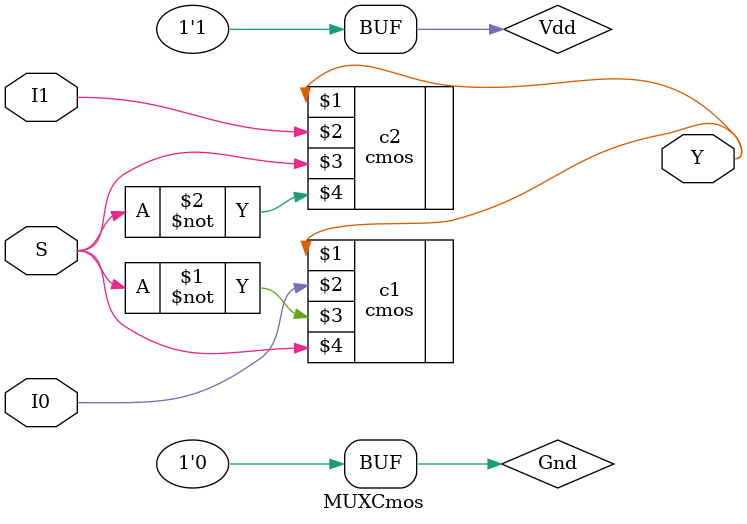
<source format=v>
module MUXCmos(I0,I1,S,Y);
input I0,I1,S;
output Y;
supply1 Vdd;
supply0 Gnd;

cmos c1(Y,I0,~S,S);
cmos c2(Y,I1,S,~S);
endmodule

</source>
